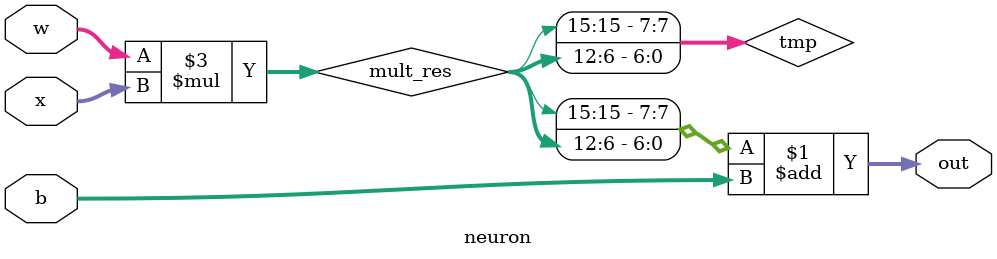
<source format=v>
`timescale 1ns / 1ps


module neuron
(
        w, x, b, out
    );
    
//  input wire clk, enable, rst;
    input wire signed [7:0] w, x, b;
//    output wire ovr;
    output wire signed [7:0] out;
    
//    reg signed  [7:0] w_reg, x_reg, add_res; 
    reg signed [15:0] mult_res, add_res;
    reg signed [7:0] tmp;
    reg overflow, underflow, extra;
    

//    assign out = {add_res[15], add_res[12:6]};
    assign out = tmp + b;

    always @(w or x or b) begin
//        if (x[7] == 1) begin
//            x_reg <= ~x + 1;
//        end else begin
//            x_reg <= x;
//        end
    
//        if (w[7] == 1) begin
//            w_reg <= ~w + 1;
//        end else begin
//            w_reg <= w;
//        end
        
//        w_reg <= w;
//        x_reg <= x;
        
        mult_res = w * x;
//        tmp = (mult_res >> 6);
        tmp = {mult_res[15], mult_res[12:6]};        
//        if (tmp[7] == 1) 
//            tmp = tmp ^ mult_res[5];
//        else
//            tmp = tmp | mult_res[5];        
//        add_res = mult_res + (b << 6);
        
//        {extra, add_res} = {tmp[15], tmp} + {b[7], 1'b0, b, {6{1'b0}}};
//        overflow = ({extra, add_res[7]} == 2'b01);
//        underflow = ({extra, add_res[7]} == 2'b10);
    
    end
    
//    always @(w_reg, x_reg) begin
        
//        mult_res <= w_reg * x_reg;
        
//    end
    
//    always @(mult_res) begin
//        if (w[7] ^ x[7] == 1) begin
//            add_res[7] <= 1;
//            add_res[6:0] <= ~mult_res[12:6] + 1;
//        end else begin
//            add_res[7] <= 0;
//            add_res[6:0] <= mult_res[12:6];
//        end
//    end
    
//    always @* begin
        
//        if (overflow) begin
//            out = {1'b0, {7{1'b1}}}; 
//        end else if (underflow) begin
//            out = {1'b1, {7{1'b0}}};
//        end else begin
//            out = add_res;
//        end
    
//    end
    
endmodule

</source>
